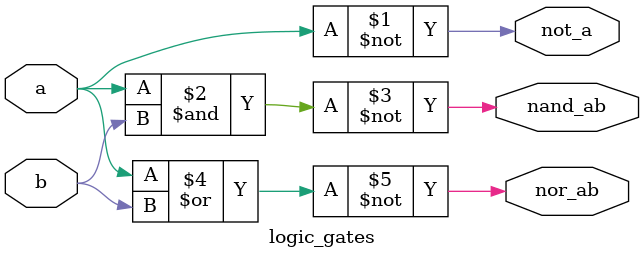
<source format=v>
`timescale 1ns / 1ps


module logic_gates (
    input wire a,
    input wire b,
    output wire not_a,
    output wire nand_ab,
    output wire nor_ab
);

// Gate logic
assign not_a   = ~a;
assign nand_ab = ~(a & b);
assign nor_ab  = ~(a | b);

endmodule

</source>
